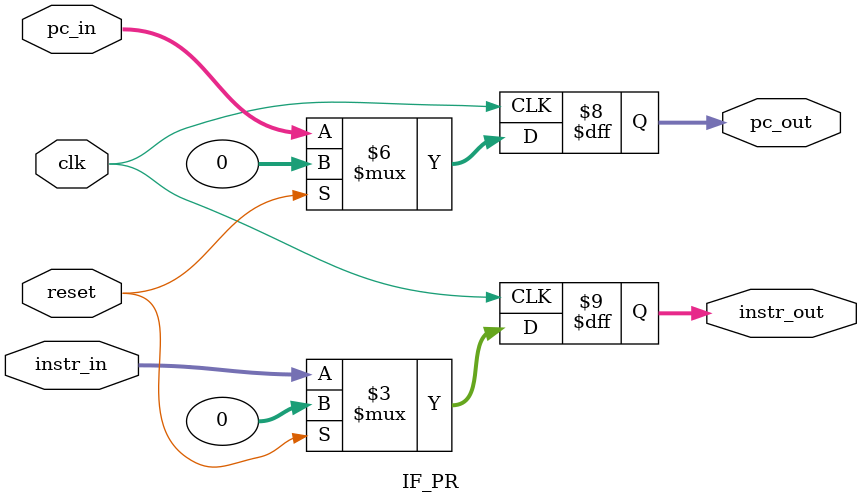
<source format=v>
module IF_PR(
    input             clk,
    input             reset,
    input      [31:0] pc_in,
    input      [31:0] instr_in,
    output reg [31:0] pc_out,
    output reg [31:0] instr_out
);
    always @(posedge clk) begin
        if(reset) begin
            pc_out    <= 32'd0;
            instr_out <= 32'd0;
        end else begin
            pc_out    <= pc_in;
            instr_out <= instr_in;
        end
    end
endmodule
</source>
